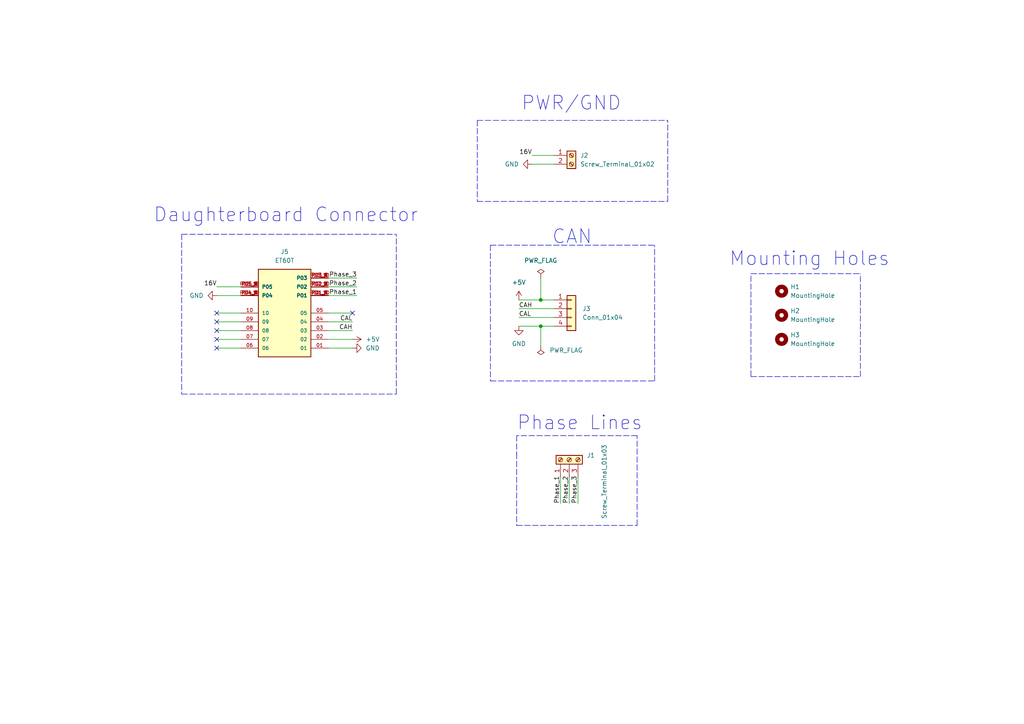
<source format=kicad_sch>
(kicad_sch (version 20211123) (generator eeschema)
  (paper "A4")
  (lib_symbols
    (symbol "Connector:Screw_Terminal_01x02" (pin_names (offset 1.016) hide)
      (property "Reference" "J" (at 0 2.54 0))
      (property "Value" "Screw_Terminal_01x02" (at 0 -5.08 0))
      (symbol "Screw_Terminal_01x02_1_1"
        (rectangle (start -1.27 1.27) (end 1.27 -3.81) (stroke (width 0.254)) (fill (type background)))
        (circle (center 0 -2.54) (radius 0.635) (stroke (width 0.1524)))
        (polyline (pts (xy -0.5334 -2.2098) (xy 0.3302 -3.048)) (stroke (width 0.1524)))
        (polyline (pts (xy -0.5334 0.3302) (xy 0.3302 -0.508)) (stroke (width 0.1524)))
        (polyline (pts (xy -0.3556 -2.032) (xy 0.508 -2.8702)) (stroke (width 0.1524)))
        (polyline (pts (xy -0.3556 0.508) (xy 0.508 -0.3302)) (stroke (width 0.1524)))
        (circle (center 0 0) (radius 0.635) (stroke (width 0.1524)))
        (pin passive line (at -5.08 0 0) (length 3.81) (name "Pin_1") (number "1"))
        (pin passive line (at -5.08 -2.54 0) (length 3.81) (name "Pin_2") (number "2"))
      )
    )
    (symbol "Connector:Screw_Terminal_01x03" (pin_names (offset 1.016) hide)
      (property "Reference" "J" (at 0 5.08 0))
      (property "Value" "Screw_Terminal_01x03" (at 0 -5.08 0))
      (symbol "Screw_Terminal_01x03_1_1"
        (rectangle (start -1.27 3.81) (end 1.27 -3.81) (stroke (width 0.254)) (fill (type background)))
        (circle (center 0 -2.54) (radius 0.635) (stroke (width 0.1524)))
        (polyline (pts (xy -0.5334 -2.2098) (xy 0.3302 -3.048)) (stroke (width 0.1524)))
        (polyline (pts (xy -0.5334 0.3302) (xy 0.3302 -0.508)) (stroke (width 0.1524)))
        (polyline (pts (xy -0.5334 2.8702) (xy 0.3302 2.032)) (stroke (width 0.1524)))
        (polyline (pts (xy -0.3556 -2.032) (xy 0.508 -2.8702)) (stroke (width 0.1524)))
        (polyline (pts (xy -0.3556 0.508) (xy 0.508 -0.3302)) (stroke (width 0.1524)))
        (polyline (pts (xy -0.3556 3.048) (xy 0.508 2.2098)) (stroke (width 0.1524)))
        (circle (center 0 0) (radius 0.635) (stroke (width 0.1524)))
        (circle (center 0 2.54) (radius 0.635) (stroke (width 0.1524)))
        (pin passive line (at -5.08 2.54 0) (length 3.81) (name "Pin_1") (number "1"))
        (pin passive line (at -5.08 0 0) (length 3.81) (name "Pin_2") (number "2"))
        (pin passive line (at -5.08 -2.54 0) (length 3.81) (name "Pin_3") (number "3"))
      )
    )
    (symbol "Connector_Generic:Conn_01x04" (pin_names (offset 1.016) hide)
      (property "Reference" "J" (at 0 5.08 0))
      (property "Value" "Conn_01x04" (at 0 -7.62 0))
      (symbol "Conn_01x04_1_1"
        (rectangle (start -1.27 -4.953) (end 0 -5.207) (stroke (width 0.1524)))
        (rectangle (start -1.27 -2.413) (end 0 -2.667) (stroke (width 0.1524)))
        (rectangle (start -1.27 0.127) (end 0 -0.127) (stroke (width 0.1524)))
        (rectangle (start -1.27 2.667) (end 0 2.413) (stroke (width 0.1524)))
        (rectangle (start -1.27 3.81) (end 1.27 -6.35) (stroke (width 0.254)) (fill (type background)))
        (pin passive line (at -5.08 2.54 0) (length 3.81) (name "Pin_1") (number "1"))
        (pin passive line (at -5.08 0 0) (length 3.81) (name "Pin_2") (number "2"))
        (pin passive line (at -5.08 -2.54 0) (length 3.81) (name "Pin_3") (number "3"))
        (pin passive line (at -5.08 -5.08 0) (length 3.81) (name "Pin_4") (number "4"))
      )
    )
    (symbol "Daughter ET60T Symb:ET60T-D03-5-02-D02-X-R1-S" (pin_names (offset 1.016))
      (property "Reference" "J" (at -7.62 13.462 0))
      (property "Value" "ET60T-D03-5-02-D02-X-R1-S" (at -7.62 -13.462 0))
      (symbol "ET60T-D03-5-02-D02-X-R1-S_0_0"
        (rectangle (start -7.62 -12.7) (end 7.62 12.7) (stroke (width 0.254)) (fill (type background)))
        (pin passive line (at -12.7 10.16 0) (length 5.08) (name "01") (number "01"))
        (pin passive line (at -12.7 7.62 0) (length 5.08) (name "02") (number "02"))
        (pin passive line (at -12.7 5.08 0) (length 5.08) (name "03") (number "03"))
        (pin passive line (at -12.7 2.54 0) (length 5.08) (name "04") (number "04"))
        (pin passive line (at -12.7 0 0) (length 5.08) (name "05") (number "05"))
        (pin passive line (at 12.7 10.16 180) (length 5.08) (name "06") (number "06"))
        (pin passive line (at 12.7 7.62 180) (length 5.08) (name "07") (number "07"))
        (pin passive line (at 12.7 5.08 180) (length 5.08) (name "08") (number "08"))
        (pin passive line (at 12.7 2.54 180) (length 5.08) (name "09") (number "09"))
        (pin passive line (at 12.7 0 180) (length 5.08) (name "10") (number "10"))
        (pin power_in line (at -12.7 -5.08 0) (length 5.08) (name "P01") (number "P01_1"))
        (pin power_in line (at -12.7 -5.08 0) (length 5.08) (name "P01") (number "P01_10"))
        (pin power_in line (at -12.7 -5.08 0) (length 5.08) (name "P01") (number "P01_2"))
        (pin power_in line (at -12.7 -5.08 0) (length 5.08) (name "P01") (number "P01_3"))
        (pin power_in line (at -12.7 -5.08 0) (length 5.08) (name "P01") (number "P01_4"))
        (pin power_in line (at -12.7 -5.08 0) (length 5.08) (name "P01") (number "P01_5"))
        (pin power_in line (at -12.7 -5.08 0) (length 5.08) (name "P01") (number "P01_6"))
        (pin power_in line (at -12.7 -5.08 0) (length 5.08) (name "P01") (number "P01_7"))
        (pin power_in line (at -12.7 -5.08 0) (length 5.08) (name "P01") (number "P01_8"))
        (pin power_in line (at -12.7 -5.08 0) (length 5.08) (name "P01") (number "P01_9"))
        (pin power_in line (at -12.7 -7.62 0) (length 5.08) (name "P02") (number "P02_1"))
        (pin power_in line (at -12.7 -7.62 0) (length 5.08) (name "P02") (number "P02_10"))
        (pin power_in line (at -12.7 -7.62 0) (length 5.08) (name "P02") (number "P02_2"))
        (pin power_in line (at -12.7 -7.62 0) (length 5.08) (name "P02") (number "P02_3"))
        (pin power_in line (at -12.7 -7.62 0) (length 5.08) (name "P02") (number "P02_4"))
        (pin power_in line (at -12.7 -7.62 0) (length 5.08) (name "P02") (number "P02_5"))
        (pin power_in line (at -12.7 -7.62 0) (length 5.08) (name "P02") (number "P02_6"))
        (pin power_in line (at -12.7 -7.62 0) (length 5.08) (name "P02") (number "P02_7"))
        (pin power_in line (at -12.7 -7.62 0) (length 5.08) (name "P02") (number "P02_8"))
        (pin power_in line (at -12.7 -7.62 0) (length 5.08) (name "P02") (number "P02_9"))
        (pin power_in line (at -12.7 -10.16 0) (length 5.08) (name "P03") (number "P03_1"))
        (pin power_in line (at -12.7 -10.16 0) (length 5.08) (name "P03") (number "P03_10"))
        (pin power_in line (at -12.7 -10.16 0) (length 5.08) (name "P03") (number "P03_2"))
        (pin power_in line (at -12.7 -10.16 0) (length 5.08) (name "P03") (number "P03_3"))
        (pin power_in line (at -12.7 -10.16 0) (length 5.08) (name "P03") (number "P03_4"))
        (pin power_in line (at -12.7 -10.16 0) (length 5.08) (name "P03") (number "P03_5"))
        (pin power_in line (at -12.7 -10.16 0) (length 5.08) (name "P03") (number "P03_6"))
        (pin power_in line (at -12.7 -10.16 0) (length 5.08) (name "P03") (number "P03_7"))
        (pin power_in line (at -12.7 -10.16 0) (length 5.08) (name "P03") (number "P03_8"))
        (pin power_in line (at -12.7 -10.16 0) (length 5.08) (name "P03") (number "P03_9"))
        (pin power_in line (at 12.7 -5.08 180) (length 5.08) (name "P04") (number "P04_1"))
        (pin power_in line (at 12.7 -5.08 180) (length 5.08) (name "P04") (number "P04_10"))
        (pin power_in line (at 12.7 -5.08 180) (length 5.08) (name "P04") (number "P04_2"))
        (pin power_in line (at 12.7 -5.08 180) (length 5.08) (name "P04") (number "P04_3"))
        (pin power_in line (at 12.7 -5.08 180) (length 5.08) (name "P04") (number "P04_4"))
        (pin power_in line (at 12.7 -5.08 180) (length 5.08) (name "P04") (number "P04_5"))
        (pin power_in line (at 12.7 -5.08 180) (length 5.08) (name "P04") (number "P04_6"))
        (pin power_in line (at 12.7 -5.08 180) (length 5.08) (name "P04") (number "P04_7"))
        (pin power_in line (at 12.7 -5.08 180) (length 5.08) (name "P04") (number "P04_8"))
        (pin power_in line (at 12.7 -5.08 180) (length 5.08) (name "P04") (number "P04_9"))
        (pin power_in line (at 12.7 -7.62 180) (length 5.08) (name "P05") (number "P05_1"))
        (pin power_in line (at 12.7 -7.62 180) (length 5.08) (name "P05") (number "P05_10"))
        (pin power_in line (at 12.7 -7.62 180) (length 5.08) (name "P05") (number "P05_2"))
        (pin power_in line (at 12.7 -7.62 180) (length 5.08) (name "P05") (number "P05_3"))
        (pin power_in line (at 12.7 -7.62 180) (length 5.08) (name "P05") (number "P05_4"))
        (pin power_in line (at 12.7 -7.62 180) (length 5.08) (name "P05") (number "P05_5"))
        (pin power_in line (at 12.7 -7.62 180) (length 5.08) (name "P05") (number "P05_6"))
        (pin power_in line (at 12.7 -7.62 180) (length 5.08) (name "P05") (number "P05_7"))
        (pin power_in line (at 12.7 -7.62 180) (length 5.08) (name "P05") (number "P05_8"))
        (pin power_in line (at 12.7 -7.62 180) (length 5.08) (name "P05") (number "P05_9"))
      )
    )
    (symbol "Mechanical:MountingHole" (pin_names (offset 1.016))
      (property "Reference" "H" (at 0 5.08 0))
      (property "Value" "MountingHole" (at 0 3.175 0))
      (symbol "MountingHole_0_1"
        (circle (center 0 0) (radius 1.27) (stroke (width 1.27)))
      )
    )
    (symbol "power:+5V" (power) (pin_names (offset 0))
      (property "Value" "+5V" (at 0 3.556 0))
      (symbol "+5V_0_1"
        (polyline (pts (xy -0.762 1.27) (xy 0 2.54)))
        (polyline (pts (xy 0 0) (xy 0 2.54)))
        (polyline (pts (xy 0 2.54) (xy 0.762 1.27)))
      )
      (symbol "+5V_1_1"
        (pin power_in line (at 0 0 90) (length 0) hide (name "+5V") (number "1"))
      )
    )
    (symbol "power:GND" (power) (pin_names (offset 0))
      (property "Value" "GND" (at 0 -3.81 0))
      (symbol "GND_0_1"
        (polyline (pts (xy 0 0) (xy 0 -1.27) (xy 1.27 -1.27) (xy 0 -2.54) (xy -1.27 -1.27) (xy 0 -1.27)))
      )
      (symbol "GND_1_1"
        (pin power_in line (at 0 0 270) (length 0) hide (name "GND") (number "1"))
      )
    )
    (symbol "power:PWR_FLAG" (power) (pin_numbers hide) (pin_names (offset 0) hide)
      (property "Value" "PWR_FLAG" (at 0 3.81 0))
      (symbol "PWR_FLAG_0_0"
        (pin power_out line (at 0 0 90) (length 0) (name "pwr") (number "1"))
      )
      (symbol "PWR_FLAG_0_1"
        (polyline (pts (xy 0 0) (xy 0 1.27) (xy -1.016 1.905) (xy 0 2.54) (xy 1.016 1.905) (xy 0 1.27)))
      )
    )
  )
  (junction (at 156.845 86.995))
  (junction (at 156.845 94.615))
  (no_connect (at 62.865 98.425))
  (no_connect (at 102.235 90.805))
  (no_connect (at 62.865 95.885))
  (no_connect (at 62.865 90.805))
  (no_connect (at 62.865 93.345))
  (no_connect (at 62.865 100.965))
  (wire (pts (xy 150.495 89.535) (xy 160.655 89.535)))
  (polyline (pts (xy 217.805 80.01) (xy 217.805 109.22)))
  (polyline (pts (xy 138.43 34.925) (xy 193.675 34.925)))
  (wire (pts (xy 95.25 98.425) (xy 102.235 98.425)))
  (polyline (pts (xy 217.805 109.22) (xy 249.555 109.22)))
  (wire (pts (xy 154.305 47.625) (xy 160.655 47.625)))
  (wire (pts (xy 156.845 86.995) (xy 160.655 86.995)))
  (polyline (pts (xy 138.43 34.925) (xy 138.43 58.42)))
  (wire (pts (xy 95.25 85.725) (xy 103.505 85.725)))
  (wire (pts (xy 62.865 95.885) (xy 69.85 95.885)))
  (wire (pts (xy 62.865 83.185) (xy 69.85 83.185)))
  (wire (pts (xy 154.305 45.085) (xy 160.655 45.085)))
  (polyline (pts (xy 142.24 110.49) (xy 189.865 110.49)))
  (polyline (pts (xy 52.705 67.945) (xy 52.705 114.3)))
  (polyline (pts (xy 217.805 79.375) (xy 249.555 79.375)))
  (wire (pts (xy 95.25 83.185) (xy 103.505 83.185)))
  (wire (pts (xy 62.865 85.725) (xy 69.85 85.725)))
  (wire (pts (xy 95.25 90.805) (xy 102.235 90.805)))
  (wire (pts (xy 95.25 95.885) (xy 102.235 95.885)))
  (wire (pts (xy 62.865 90.805) (xy 69.85 90.805)))
  (wire (pts (xy 62.865 100.965) (xy 69.85 100.965)))
  (wire (pts (xy 95.25 100.965) (xy 102.235 100.965)))
  (wire (pts (xy 156.845 94.615) (xy 160.655 94.615)))
  (polyline (pts (xy 249.555 109.22) (xy 249.555 79.375)))
  (wire (pts (xy 95.25 93.345) (xy 102.235 93.345)))
  (wire (pts (xy 167.64 138.43) (xy 167.64 146.05)))
  (polyline (pts (xy 114.935 114.3) (xy 114.935 67.945)))
  (wire (pts (xy 156.845 80.645) (xy 156.845 86.995)))
  (wire (pts (xy 95.25 80.645) (xy 103.505 80.645)))
  (polyline (pts (xy 52.705 67.945) (xy 114.935 67.945)))
  (wire (pts (xy 156.845 94.615) (xy 156.845 100.33)))
  (wire (pts (xy 150.495 86.995) (xy 156.845 86.995)))
  (polyline (pts (xy 193.675 58.42) (xy 193.675 34.925)))
  (polyline (pts (xy 142.24 71.12) (xy 142.24 110.49)))
  (polyline (pts (xy 142.24 71.12) (xy 189.865 71.12)))
  (polyline (pts (xy 184.785 152.4) (xy 184.785 126.365)))
  (polyline (pts (xy 138.43 58.42) (xy 193.675 58.42)))
  (polyline (pts (xy 189.865 110.49) (xy 189.865 71.12)))
  (wire (pts (xy 165.1 138.43) (xy 165.1 146.05)))
  (polyline (pts (xy 184.785 126.365) (xy 149.86 126.365)))
  (polyline (pts (xy 149.86 152.4) (xy 184.785 152.4)))
  (polyline (pts (xy 52.705 114.3) (xy 114.935 114.3)))
  (polyline (pts (xy 149.86 131.445) (xy 149.86 152.4)))
  (wire (pts (xy 62.865 98.425) (xy 69.85 98.425)))
  (wire (pts (xy 62.865 93.345) (xy 69.85 93.345)))
  (polyline (pts (xy 149.86 126.365) (xy 149.86 132.08)))
  (wire (pts (xy 150.495 94.615) (xy 156.845 94.615)))
  (wire (pts (xy 162.56 138.43) (xy 162.56 146.05)))
  (wire (pts (xy 150.495 92.075) (xy 160.655 92.075)))
  (text "Phase Lines" (at 149.86 125.095 0) (effects (font (size 4 4)) (justify left bottom)))
  (text "PWR/GND" (at 151.13 32.385 0) (effects (font (size 4 4)) (justify left bottom)))
  (text "Mounting Holes" (at 211.455 77.47 0) (effects (font (size 4 4)) (justify left bottom)))
  (text "Daughterboard Connector" (at 44.45 64.77 0) (effects (font (size 4 4)) (justify left bottom)))
  (text "CAN" (at 160.02 71.12 0) (effects (font (size 4 4)) (justify left bottom)))
  (label "CAH" (at 102.235 95.885 180))
  (label "Phase_2" (at 165.1 146.05 90))
  (label "Phase_3" (at 103.505 80.645 180))
  (label "Phase_2" (at 103.505 83.185 180))
  (label "Phase_1" (at 103.505 85.725 180))
  (label "CAH" (at 150.495 89.535 0))
  (label "CAL" (at 150.495 92.075 0))
  (label "16V" (at 154.305 45.085 180))
  (label "Phase_1" (at 162.56 146.05 90))
  (label "Phase_3" (at 167.64 146.05 90))
  (label "16V" (at 62.865 83.185 180))
  (label "CAL" (at 102.235 93.345 180))
  (symbol (lib_id "power:GND") (at 150.495 94.615 0) (unit 1)
    (property "Reference" "#PWR0102" (effects hide))
    (property "Value" "GND" (at 150.495 99.695 0))
  )
  (symbol (lib_id "Daughter ET60T Symb:ET60T-D03-5-02-D02-X-R1-S") (at 82.55 90.805 180) (unit 1)
    (property "Reference" "J5" (at 82.55 73.025 0))
    (property "Value" "ET60T" (at 82.55 75.565 0))
    (property "Footprint" "SAMTEC_ET60T-D03-5-02-D02-X-R1-S" (effects hide))
    (property "MAXIMUM_PACKAGE_HEIGHT" "10.00mm" (effects hide))
    (property "PARTREV" "J" (effects hide))
    (property "STANDARD" "Manufacturer Recommendations" (effects hide))
    (property "MANUFACTURER" "Samtec" (effects hide))
  )
  (symbol (lib_id "power:GND") (at 62.865 85.725 270) (unit 1)
    (property "Reference" "#PWR0106" (effects hide))
    (property "Value" "GND" (at 59.055 85.7249 90) (effects (justify right)))
  )
  (symbol (lib_id "Mechanical:MountingHole") (at 226.695 91.44 0) (unit 1)
    (property "Reference" "H2" (at 229.235 90.1699 0) (effects (justify left)))
    (property "Value" "MountingHole" (at 229.235 92.7099 0) (effects (justify left)))
    (property "Footprint" "MountingHole:MountingHole_4.3mm_M4" (effects hide))
  )
  (symbol (lib_id "power:PWR_FLAG") (at 156.845 100.33 180) (unit 1)
    (property "Reference" "#FLG0102" (effects hide))
    (property "Value" "PWR_FLAG" (at 159.385 101.5999 0) (effects (justify right)))
  )
  (symbol (lib_id "Mechanical:MountingHole") (at 226.695 84.455 0) (unit 1)
    (property "Reference" "H1" (at 229.235 83.1849 0) (effects (justify left)))
    (property "Value" "MountingHole" (at 229.235 85.7249 0) (effects (justify left)))
    (property "Footprint" "MountingHole:MountingHole_4.3mm_M4" (effects hide))
  )
  (symbol (lib_id "Mechanical:MountingHole") (at 226.695 98.425 0) (unit 1)
    (property "Reference" "H3" (at 229.235 97.1549 0) (effects (justify left)))
    (property "Value" "MountingHole" (at 229.235 99.6949 0) (effects (justify left)))
    (property "Footprint" "MountingHole:MountingHole_4.3mm_M4" (effects hide))
  )
  (symbol (lib_id "Connector:Screw_Terminal_01x03") (at 165.1 133.35 90) (unit 1)
    (property "Reference" "J1" (at 170.18 132.0799 90) (effects (justify right)))
    (property "Value" "Screw_Terminal_01x03" (at 175.26 128.905 0) (effects (justify right)))
    (property "Footprint" "TerminalBlock_RND:TerminalBlock_RND_205-00288_1x03_P5.08mm_Horizontal" (effects hide))
  )
  (symbol (lib_id "power:+5V") (at 150.495 86.995 0) (unit 1)
    (property "Reference" "#PWR0101" (effects hide))
    (property "Value" "+5V" (at 150.495 81.915 0))
  )
  (symbol (lib_id "power:GND") (at 102.235 100.965 90) (unit 1)
    (property "Reference" "#PWR0105" (effects hide))
    (property "Value" "GND" (at 106.045 100.9649 90) (effects (justify right)))
  )
  (symbol (lib_id "power:GND") (at 154.305 47.625 270) (unit 1)
    (property "Reference" "#PWR0103" (effects hide))
    (property "Value" "GND" (at 150.495 47.6249 90) (effects (justify right)))
  )
  (symbol (lib_id "power:+5V") (at 102.235 98.425 270) (unit 1)
    (property "Reference" "#PWR0104" (effects hide))
    (property "Value" "+5V" (at 106.045 98.4249 90) (effects (justify left)))
  )
  (symbol (lib_id "Connector_Generic:Conn_01x04") (at 165.735 89.535 0) (unit 1)
    (property "Reference" "J3" (at 168.91 89.5349 0) (effects (justify left)))
    (property "Value" "Conn_01x04" (at 168.91 92.0749 0) (effects (justify left)))
    (property "Footprint" "Connector_JST:JST_GH_BM04B-GHS-TBT_1x04-1MP_P1.25mm_Vertical" (effects hide))
  )
  (symbol (lib_id "power:PWR_FLAG") (at 156.845 80.645 0) (unit 1)
    (property "Reference" "#FLG0101" (effects hide))
    (property "Value" "PWR_FLAG" (at 156.845 75.565 0))
  )
  (symbol (lib_id "Connector:Screw_Terminal_01x02") (at 165.735 45.085 0) (unit 1)
    (property "Reference" "J2" (at 168.275 45.0849 0) (effects (justify left)))
    (property "Value" "Screw_Terminal_01x02" (at 168.275 47.6249 0) (effects (justify left)))
    (property "Footprint" "TerminalBlock_RND:TerminalBlock_RND_205-00287_1x02_P5.08mm_Horizontal" (effects hide))
  )
)
</source>
